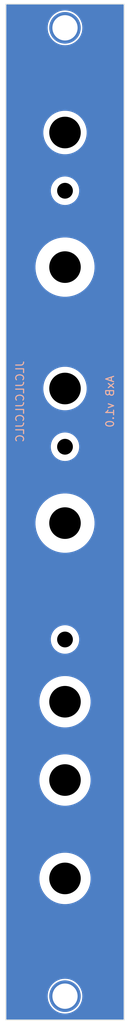
<source format=kicad_pcb>
(kicad_pcb (version 20240108) (generator "pcbnew") (generator_version "8.0")
  (layers (0 "F.Cu" signal) (31 "B.Cu" signal) (34 "B.Paste" user) (35 "F.Paste" user) (36 "B.SilkS" user "B.Silkscreen") (37 "F.SilkS" user "F.Silkscreen") (38 "B.Mask" user) (39 "F.Mask" user) (44 "Edge.Cuts" user))
  (net 0 "")
  (net 1 "GND")
  (footprint "Panels:Panel Pot Alpha Knob 10mm" (layer "F.Cu") (at 63.5 51.5702)
    (property "Reference" "REF**" (hide yes))
    (property "Value" "Panel Pot Alpha Knob 10mm" (hide yes))
    (pad "" np_thru_hole circle (at 0 0) (size 4 4) (drill 7) (layers "Dwgs.User"))
  )
  (footprint "Panels:Panel Jack" (layer "F.Cu") (at 63.5 128.905)
    (property "Reference" "REF**" (hide yes))
    (property "Value" "Panel Jack" (hide yes))
    (pad "" np_thru_hole circle (at 0 0) (size 4 4) (drill 6) (layers "Dwgs.User"))
  )
  (footprint "Panels:Panel Pot Alpha Knob 10mm" (layer "F.Cu") (at 63.5 83.9552)
    (property "Reference" "REF**" (hide yes))
    (property "Value" "Panel Pot Alpha Knob 10mm" (hide yes))
    (pad "" np_thru_hole circle (at 0 0) (size 4 4) (drill 7) (layers "Dwgs.User"))
  )
  (footprint "Panels:Panel Jack" (layer "F.Cu") (at 63.5 106.553)
    (property "Reference" "REF**" (hide yes))
    (property "Value" "Panel Jack" (hide yes))
    (pad "" np_thru_hole circle (at 0 0) (size 4 4) (drill 6) (layers "Dwgs.User"))
  )
  (footprint "Panels:Panel Screw" (layer "F.Cu") (at 63.5 143.8)
    (property "Reference" "REF**" (hide yes))
    (property "Value" "Panel Screw" (hide yes))
    (pad "" thru_hole circle (at 0 0) (size 4 4) (drill 3.2) (layers "*.Cu" "*.Mask"))
  )
  (footprint "Panels:Panel Switch SubMini" (layer "F.Cu") (at 63.5 66.929)
    (property "Reference" "REF**" (hide yes))
    (property "Value" "Panel Switch SubMini" (hide yes))
    (pad "" np_thru_hole circle (at 0 0) (size 4 4) (drill 5) (layers "Dwgs.User"))
  )
  (footprint "" (layer "F.Cu") (at 63.5 41.91)
    (property "Reference" "" (at 0 0 0) (layer "F.SilkS") (effects (font (size 1.27 1.27))))
    (property "Value" "")
    (pad "" np_thru_hole circle (at 0 0) (size 2 2) (drill 3.1) (layers "Dwgs.User"))
  )
  (footprint "" (layer "F.Cu") (at 63.5 74.295)
    (property "Reference" "" (at 0 0 0) (layer "F.SilkS") (effects (font (size 1.27 1.27))))
    (property "Value" "")
    (pad "" np_thru_hole circle (at 0 0) (size 2 2) (drill 3.1) (layers "Dwgs.User"))
  )
  (footprint "Panels:Panel Switch SubMini" (layer "F.Cu") (at 63.5 34.544)
    (property "Reference" "REF**" (hide yes))
    (property "Value" "Panel Switch SubMini" (hide yes))
    (pad "" np_thru_hole circle (at 0 0) (size 4 4) (drill 5) (layers "Dwgs.User"))
  )
  (footprint "Panels:Panel Avalon Harmonics Small 13mm" (layer "F.Cu") (at 63.5 137.16)
    (property "Reference" "G***" (hide yes))
    (property "Value" "LOGO" (hide yes))
  )
  (footprint "Panels:Panel Jack" (layer "F.Cu") (at 63.5 116.459)
    (property "Reference" "REF**" (hide yes))
    (property "Value" "Panel Jack" (hide yes))
    (pad "" np_thru_hole circle (at 0 0) (size 4 4) (drill 6) (layers "Dwgs.User"))
  )
  (footprint "Panels:Panel Screw" (layer "F.Cu") (at 63.5 21.3)
    (property "Reference" "REF**" (hide yes))
    (property "Value" "Panel Screw" (hide yes))
    (pad "" thru_hole circle (at 0 0) (size 4 4) (drill 3.2) (layers "*.Cu" "*.Mask"))
  )
  (footprint "Panels_Graphics:AxB_Panel" (layer "F.Cu") (at 63.5 82.55)
    (property "Reference" "G***" (hide yes))
    (property "Value" "LOGO" (hide yes))
  )
  (footprint "" (layer "F.Cu") (at 63.5 98.679)
    (property "Reference" "" (at 0 0 0) (layer "F.SilkS") (effects (font (size 1.27 1.27))))
    (property "Value" "")
    (pad "" np_thru_hole circle (at 0 0) (size 2 2) (drill 3.1) (layers "Dwgs.User"))
  )
  (gr_rect (start 56 18.3) (end 71 146.8) (stroke (width 0.1)) (fill none) (layer "Edge.Cuts"))
  (gr_text "JLCJLCJLCJLC" (at 57.785 68.58 90) (layer "B.SilkS") (effects (font (size 1 1)) (justify mirror)))
  (gr_text "AxB v1.0" (at 69.215 68.58 90) (layer "B.SilkS") (effects (font (size 1 1)) (justify mirror)))
  (zone (net 1) (net_name "GND") (layers "F&B.Cu") (connect_pads (clearance 0)) (min_thickness 0.25) (fill yes (thermal_gap 0.5) (thermal_bridge_width 0.5))
    (polygon (pts (xy 55.245 17.78) (xy 71.755 17.78) (xy 71.755 147.32) (xy 55.245 147.32)))
  )
)
</source>
